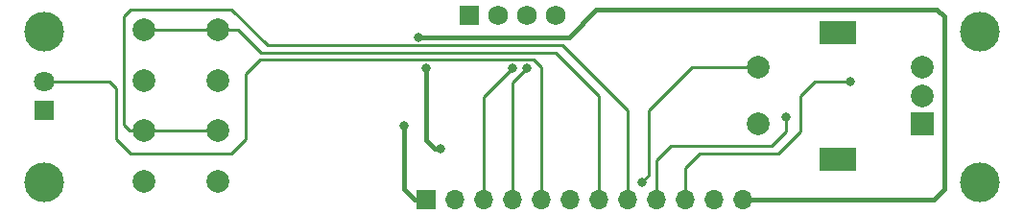
<source format=gtl>
G04 #@! TF.GenerationSoftware,KiCad,Pcbnew,(5.1.8)-1*
G04 #@! TF.CreationDate,2022-07-09T03:05:26+02:00*
G04 #@! TF.ProjectId,BulkyMIDI-32 Module Panel,42756c6b-794d-4494-9449-2d3332204d6f,rev?*
G04 #@! TF.SameCoordinates,Original*
G04 #@! TF.FileFunction,Copper,L1,Top*
G04 #@! TF.FilePolarity,Positive*
%FSLAX46Y46*%
G04 Gerber Fmt 4.6, Leading zero omitted, Abs format (unit mm)*
G04 Created by KiCad (PCBNEW (5.1.8)-1) date 2022-07-09 03:05:26*
%MOMM*%
%LPD*%
G01*
G04 APERTURE LIST*
G04 #@! TA.AperFunction,ComponentPad*
%ADD10C,2.000000*%
G04 #@! TD*
G04 #@! TA.AperFunction,ComponentPad*
%ADD11C,3.500000*%
G04 #@! TD*
G04 #@! TA.AperFunction,ComponentPad*
%ADD12R,3.200000X2.000000*%
G04 #@! TD*
G04 #@! TA.AperFunction,ComponentPad*
%ADD13R,2.000000X2.000000*%
G04 #@! TD*
G04 #@! TA.AperFunction,ComponentPad*
%ADD14C,1.727200*%
G04 #@! TD*
G04 #@! TA.AperFunction,ComponentPad*
%ADD15R,1.727200X1.727200*%
G04 #@! TD*
G04 #@! TA.AperFunction,ComponentPad*
%ADD16R,1.700000X1.700000*%
G04 #@! TD*
G04 #@! TA.AperFunction,ComponentPad*
%ADD17O,1.700000X1.700000*%
G04 #@! TD*
G04 #@! TA.AperFunction,ComponentPad*
%ADD18R,1.800000X1.800000*%
G04 #@! TD*
G04 #@! TA.AperFunction,ComponentPad*
%ADD19C,1.800000*%
G04 #@! TD*
G04 #@! TA.AperFunction,ViaPad*
%ADD20C,0.800000*%
G04 #@! TD*
G04 #@! TA.AperFunction,Conductor*
%ADD21C,0.381000*%
G04 #@! TD*
G04 #@! TA.AperFunction,Conductor*
%ADD22C,0.250000*%
G04 #@! TD*
G04 APERTURE END LIST*
D10*
X115130000Y-115773000D03*
X115130000Y-120273000D03*
X108630000Y-115773000D03*
X108630000Y-120273000D03*
X108630000Y-129163000D03*
X108630000Y-124663000D03*
X115130000Y-129163000D03*
X115130000Y-124663000D03*
D11*
X99815000Y-129199000D03*
X182365000Y-129199000D03*
X182365000Y-115949000D03*
X99815000Y-115949000D03*
D10*
X162785000Y-119079000D03*
X162785000Y-124079000D03*
D12*
X169785000Y-115979000D03*
X169785000Y-127179000D03*
D10*
X177285000Y-119079000D03*
X177285000Y-121579000D03*
D13*
X177285000Y-124079000D03*
D14*
X144900000Y-114467000D03*
X142360000Y-114467000D03*
X139820000Y-114467000D03*
D15*
X137280000Y-114467000D03*
D16*
X133470000Y-130723000D03*
D17*
X136010000Y-130723000D03*
X138550000Y-130723000D03*
X141090000Y-130723000D03*
X143630000Y-130723000D03*
X146170000Y-130723000D03*
X148710000Y-130723000D03*
X151250000Y-130723000D03*
X153790000Y-130723000D03*
X156330000Y-130723000D03*
X158870000Y-130723000D03*
X161410000Y-130723000D03*
D18*
X99815000Y-122849000D03*
D19*
X99815000Y-120309000D03*
D20*
X132835000Y-116409000D03*
X131565000Y-124246000D03*
X152520000Y-129199000D03*
X142360000Y-119129000D03*
X141090008Y-119129000D03*
X134740000Y-126278000D03*
X133470000Y-119129010D03*
X165220000Y-123484010D03*
X170935000Y-120309000D03*
D21*
X132835000Y-116409000D02*
X132925000Y-116499000D01*
X132454000Y-130723000D02*
X133470000Y-130723000D01*
X131565000Y-129834000D02*
X132454000Y-130723000D01*
X131565000Y-126151000D02*
X131565000Y-129834000D01*
X131565000Y-126151000D02*
X131565000Y-124246000D01*
X146080000Y-116409000D02*
X132835000Y-116409000D01*
X148530000Y-113959000D02*
X146080000Y-116409000D01*
X178555000Y-113959000D02*
X148530000Y-113959000D01*
X179190000Y-114594000D02*
X178555000Y-113959000D01*
X179190000Y-129834000D02*
X179190000Y-114594000D01*
X178301000Y-130723000D02*
X179190000Y-129834000D01*
X161410000Y-130723000D02*
X178301000Y-130723000D01*
D22*
X156925000Y-119079000D02*
X162785000Y-119079000D01*
X153155000Y-122849000D02*
X156925000Y-119079000D01*
X153155000Y-128564000D02*
X153155000Y-122849000D01*
X152520000Y-129199000D02*
X153155000Y-128564000D01*
X141090000Y-120399000D02*
X141090000Y-130723000D01*
X142360000Y-119129000D02*
X141090000Y-120399000D01*
X138550000Y-130723000D02*
X138550000Y-121669008D01*
X138550000Y-121669008D02*
X141090008Y-119129000D01*
D21*
X133470000Y-125516000D02*
X133470000Y-119129010D01*
X134232000Y-126278000D02*
X133470000Y-125516000D01*
X134740000Y-126278000D02*
X134232000Y-126278000D01*
D22*
X108630000Y-115773000D02*
X115130000Y-115773000D01*
X148710000Y-121579000D02*
X148710000Y-130723000D01*
X118948000Y-117769000D02*
X144900000Y-117769000D01*
X116952000Y-115773000D02*
X118948000Y-117769000D01*
X144900000Y-117769000D02*
X148710000Y-121579000D01*
X115130000Y-115773000D02*
X116952000Y-115773000D01*
X108630000Y-124663000D02*
X115130000Y-124663000D01*
X145535000Y-117134000D02*
X151250000Y-122849000D01*
X151250000Y-122849000D02*
X151250000Y-130723000D01*
X119500000Y-117134000D02*
X145535000Y-117134000D01*
X116325000Y-113959000D02*
X119500000Y-117134000D01*
X107435000Y-113959000D02*
X116325000Y-113959000D01*
X106800000Y-114594000D02*
X107435000Y-113959000D01*
X106800000Y-124119000D02*
X106800000Y-114594000D01*
X107344000Y-124663000D02*
X106800000Y-124119000D01*
X108630000Y-124663000D02*
X107344000Y-124663000D01*
X165220000Y-123484010D02*
X165220000Y-124754000D01*
X165220000Y-124754000D02*
X163950000Y-126024000D01*
X163950000Y-126024000D02*
X155060000Y-126024000D01*
X155060000Y-126024000D02*
X153790000Y-127294000D01*
X153790000Y-130723000D02*
X153790000Y-127294000D01*
X157600000Y-126659000D02*
X164585000Y-126659000D01*
X156330000Y-127929000D02*
X157600000Y-126659000D01*
X156330000Y-130723000D02*
X156330000Y-127929000D01*
X166490000Y-124754000D02*
X166490000Y-121579000D01*
X164585000Y-126659000D02*
X166490000Y-124754000D01*
X167760000Y-120309000D02*
X170935000Y-120309000D01*
X166490000Y-121579000D02*
X167760000Y-120309000D01*
X105530000Y-120309000D02*
X99815000Y-120309000D01*
X106165000Y-125389000D02*
X106165000Y-120944000D01*
X116325000Y-126659000D02*
X107435000Y-126659000D01*
X106165000Y-120944000D02*
X105530000Y-120309000D01*
X117595000Y-119674000D02*
X117595000Y-125389000D01*
X118865000Y-118404000D02*
X117595000Y-119674000D01*
X142995000Y-118404000D02*
X118865000Y-118404000D01*
X143630000Y-119039000D02*
X142995000Y-118404000D01*
X107435000Y-126659000D02*
X106165000Y-125389000D01*
X117595000Y-125389000D02*
X116325000Y-126659000D01*
X143630000Y-130723000D02*
X143630000Y-119039000D01*
M02*

</source>
